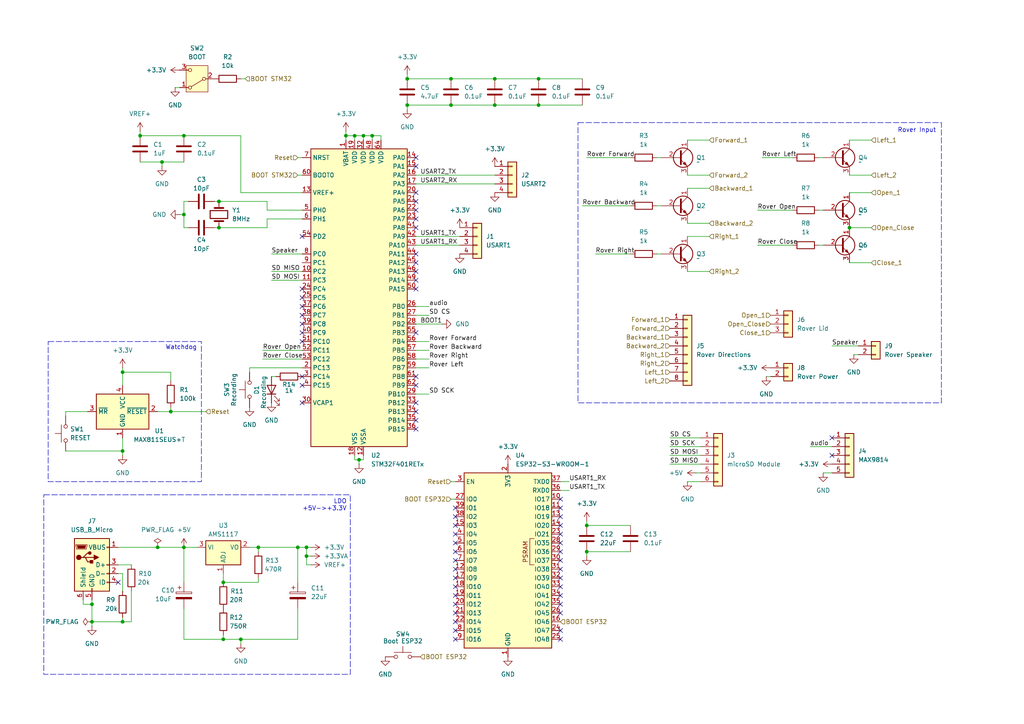
<source format=kicad_sch>
(kicad_sch (version 20231120) (generator "eeschema") (generator_version "8.0")
  (paper "A4")
  (lib_symbols
    (symbol "Connector:USB_B_Micro" (pin_names (offset 1.016))
      (property "Reference" "J" (at -5.08 11.43 0))
      (property "Value" "USB_B_Micro" (at -5.08 8.89 0))
      (symbol "USB_B_Micro_1_1"
        (pin power_out line (at 7.62 5.08 180) (length 2.54) (name "VBUS") (number "1"))
        (pin bidirectional line (at 7.62 -2.54 180) (length 2.54) (name "D-") (number "2"))
        (pin bidirectional line (at 7.62 0 180) (length 2.54) (name "D+") (number "3"))
        (pin passive line (at 7.62 -5.08 180) (length 2.54) (name "ID") (number "4"))
        (pin power_out line (at 0 -10.16 90) (length 2.54) (name "GND") (number "5"))
        (pin passive line (at -2.54 -10.16 90) (length 2.54) (name "Shield") (number "6"))
      )
    )
    (symbol "Connector_Generic:Conn_01x02" (pin_names (offset 1.016) hide)
      (property "Reference" "J" (at 0 2.54 0))
      (property "Value" "Conn_01x02" (at 0 -5.08 0))
      (symbol "Conn_01x02_1_1"
        (pin passive line (at -5.08 0 0) (length 3.81) (name "Pin_1") (number "1"))
        (pin passive line (at -5.08 -2.54 0) (length 3.81) (name "Pin_2") (number "2"))
      )
    )
    (symbol "Connector_Generic:Conn_01x03" (pin_names (offset 1.016) hide)
      (property "Reference" "J" (at 0 5.08 0))
      (property "Value" "Conn_01x03" (at 0 -5.08 0))
      (symbol "Conn_01x03_1_1"
        (pin passive line (at -5.08 2.54 0) (length 3.81) (name "Pin_1") (number "1"))
        (pin passive line (at -5.08 0 0) (length 3.81) (name "Pin_2") (number "2"))
        (pin passive line (at -5.08 -2.54 0) (length 3.81) (name "Pin_3") (number "3"))
      )
    )
    (symbol "Connector_Generic:Conn_01x04" (pin_names (offset 1.016) hide)
      (property "Reference" "J" (at 0 5.08 0))
      (property "Value" "Conn_01x04" (at 0 -7.62 0))
      (symbol "Conn_01x04_1_1"
        (pin passive line (at -5.08 2.54 0) (length 3.81) (name "Pin_1") (number "1"))
        (pin passive line (at -5.08 0 0) (length 3.81) (name "Pin_2") (number "2"))
        (pin passive line (at -5.08 -2.54 0) (length 3.81) (name "Pin_3") (number "3"))
        (pin passive line (at -5.08 -5.08 0) (length 3.81) (name "Pin_4") (number "4"))
      )
    )
    (symbol "Connector_Generic:Conn_01x05" (pin_names (offset 1.016) hide)
      (property "Reference" "J" (at 0 7.62 0))
      (property "Value" "Conn_01x05" (at 0 -7.62 0))
      (symbol "Conn_01x05_1_1"
        (pin passive line (at -5.08 5.08 0) (length 3.81) (name "Pin_1") (number "1"))
        (pin passive line (at -5.08 2.54 0) (length 3.81) (name "Pin_2") (number "2"))
        (pin passive line (at -5.08 0 0) (length 3.81) (name "Pin_3") (number "3"))
        (pin passive line (at -5.08 -2.54 0) (length 3.81) (name "Pin_4") (number "4"))
        (pin passive line (at -5.08 -5.08 0) (length 3.81) (name "Pin_5") (number "5"))
      )
    )
    (symbol "Connector_Generic:Conn_01x06" (pin_names (offset 1.016) hide)
      (property "Reference" "J" (at 0 7.62 0))
      (property "Value" "Conn_01x06" (at 0 -10.16 0))
      (symbol "Conn_01x06_1_1"
        (pin passive line (at -5.08 5.08 0) (length 3.81) (name "Pin_1") (number "1"))
        (pin passive line (at -5.08 2.54 0) (length 3.81) (name "Pin_2") (number "2"))
        (pin passive line (at -5.08 0 0) (length 3.81) (name "Pin_3") (number "3"))
        (pin passive line (at -5.08 -2.54 0) (length 3.81) (name "Pin_4") (number "4"))
        (pin passive line (at -5.08 -5.08 0) (length 3.81) (name "Pin_5") (number "5"))
        (pin passive line (at -5.08 -7.62 0) (length 3.81) (name "Pin_6") (number "6"))
      )
    )
    (symbol "Connector_Generic:Conn_01x08" (pin_names (offset 1.016) hide)
      (property "Reference" "J" (at 0 10.16 0))
      (property "Value" "Conn_01x08" (at 0 -12.7 0))
      (symbol "Conn_01x08_1_1"
        (pin passive line (at -5.08 7.62 0) (length 3.81) (name "Pin_1") (number "1"))
        (pin passive line (at -5.08 5.08 0) (length 3.81) (name "Pin_2") (number "2"))
        (pin passive line (at -5.08 2.54 0) (length 3.81) (name "Pin_3") (number "3"))
        (pin passive line (at -5.08 0 0) (length 3.81) (name "Pin_4") (number "4"))
        (pin passive line (at -5.08 -2.54 0) (length 3.81) (name "Pin_5") (number "5"))
        (pin passive line (at -5.08 -5.08 0) (length 3.81) (name "Pin_6") (number "6"))
        (pin passive line (at -5.08 -7.62 0) (length 3.81) (name "Pin_7") (number "7"))
        (pin passive line (at -5.08 -10.16 0) (length 3.81) (name "Pin_8") (number "8"))
      )
    )
    (symbol "Device:C" (pin_numbers hide) (pin_names (offset 0.254))
      (property "Reference" "C" (at 0.635 2.54 0))
      (property "Value" "C" (at 0.635 -2.54 0))
      (symbol "C_1_1"
        (pin passive line (at 0 3.81 270) (length 2.794) (name "~") (number "1"))
        (pin passive line (at 0 -3.81 90) (length 2.794) (name "~") (number "2"))
      )
    )
    (symbol "Device:C_Polarized" (pin_numbers hide) (pin_names (offset 0.254))
      (property "Reference" "C" (at 0.635 2.54 0))
      (property "Value" "C_Polarized" (at 0.635 -2.54 0))
      (symbol "C_Polarized_1_1"
        (pin passive line (at 0 3.81 270) (length 2.794) (name "~") (number "1"))
        (pin passive line (at 0 -3.81 90) (length 2.794) (name "~") (number "2"))
      )
    )
    (symbol "Device:Crystal" (pin_numbers hide) (pin_names (offset 1.016) hide)
      (property "Reference" "Y" (at 0 3.81 0))
      (property "Value" "Crystal" (at 0 -3.81 0))
      (symbol "Crystal_1_1"
        (pin passive line (at -3.81 0 0) (length 1.27) (name "1") (number "1"))
        (pin passive line (at 3.81 0 180) (length 1.27) (name "2") (number "2"))
      )
    )
    (symbol "Device:LED" (pin_numbers hide) (pin_names (offset 1.016) hide)
      (property "Reference" "D" (at 0 2.54 0))
      (property "Value" "LED" (at 0 -2.54 0))
      (symbol "LED_1_1"
        (pin passive line (at -3.81 0 0) (length 2.54) (name "K") (number "1"))
        (pin passive line (at 3.81 0 180) (length 2.54) (name "A") (number "2"))
      )
    )
    (symbol "Device:Q_NPN_CBE" (pin_names (offset 0) hide)
      (property "Reference" "Q" (at 5.08 1.27 0))
      (property "Value" "Q_NPN_CBE" (at 5.08 -1.27 0))
      (symbol "Q_NPN_CBE_1_1"
        (pin passive line (at 2.54 5.08 270) (length 2.54) (name "C") (number "1"))
        (pin input line (at -5.08 0 0) (length 5.715) (name "B") (number "2"))
        (pin passive line (at 2.54 -5.08 90) (length 2.54) (name "E") (number "3"))
      )
    )
    (symbol "Device:R" (pin_numbers hide) (pin_names (offset 0))
      (property "Reference" "R" (at 2.032 0 90))
      (property "Value" "R" (at 0 0 90))
      (symbol "R_1_1"
        (pin passive line (at 0 3.81 270) (length 1.27) (name "~") (number "1"))
        (pin passive line (at 0 -3.81 90) (length 1.27) (name "~") (number "2"))
      )
    )
    (symbol "MCU_ST_STM32F4:STM32F401RETx"
      (property "Reference" "U" (at -12.7 44.45 0))
      (property "Value" "STM32F401RETx" (at 10.16 44.45 0))
      (symbol "STM32F401RETx_1_1"
        (pin power_in line (at -2.54 45.72 270) (length 2.54) (name "VBAT") (number "1"))
        (pin bidirectional line (at -15.24 7.62 0) (length 2.54) (name "PC2") (number "10"))
        (pin bidirectional line (at -15.24 5.08 0) (length 2.54) (name "PC3") (number "11"))
        (pin power_in line (at 2.54 -45.72 90) (length 2.54) (name "VSSA") (number "12"))
        (pin input line (at -15.24 30.48 0) (length 2.54) (name "VREF+") (number "13"))
        (pin bidirectional line (at 17.78 40.64 180) (length 2.54) (name "PA0") (number "14"))
        (pin bidirectional line (at 17.78 38.1 180) (length 2.54) (name "PA1") (number "15"))
        (pin bidirectional line (at 17.78 35.56 180) (length 2.54) (name "PA2") (number "16"))
        (pin bidirectional line (at 17.78 33.02 180) (length 2.54) (name "PA3") (number "17"))
        (pin power_in line (at 0 -45.72 90) (length 2.54) (name "VSS") (number "18"))
        (pin power_in line (at 0 45.72 270) (length 2.54) (name "VDD") (number "19"))
        (pin bidirectional line (at -15.24 -20.32 0) (length 2.54) (name "PC13") (number "2"))
        (pin bidirectional line (at 17.78 30.48 180) (length 2.54) (name "PA4") (number "20"))
        (pin bidirectional line (at 17.78 27.94 180) (length 2.54) (name "PA5") (number "21"))
        (pin bidirectional line (at 17.78 25.4 180) (length 2.54) (name "PA6") (number "22"))
        (pin bidirectional line (at 17.78 22.86 180) (length 2.54) (name "PA7") (number "23"))
        (pin bidirectional line (at -15.24 2.54 0) (length 2.54) (name "PC4") (number "24"))
        (pin bidirectional line (at -15.24 0 0) (length 2.54) (name "PC5") (number "25"))
        (pin bidirectional line (at 17.78 -2.54 180) (length 2.54) (name "PB0") (number "26"))
        (pin bidirectional line (at 17.78 -5.08 180) (length 2.54) (name "PB1") (number "27"))
        (pin bidirectional line (at 17.78 -7.62 180) (length 2.54) (name "PB2") (number "28"))
        (pin bidirectional line (at 17.78 -27.94 180) (length 2.54) (name "PB10") (number "29"))
        (pin bidirectional line (at -15.24 -22.86 0) (length 2.54) (name "PC14") (number "3"))
        (pin power_out line (at -15.24 -30.48 0) (length 2.54) (name "VCAP1") (number "30"))
        (pin passive line (at 0 -45.72 90) (length 2.54) hide (name "VSS") (number "31"))
        (pin power_in line (at 2.54 45.72 270) (length 2.54) (name "VDD") (number "32"))
        (pin bidirectional line (at 17.78 -30.48 180) (length 2.54) (name "PB12") (number "33"))
        (pin bidirectional line (at 17.78 -33.02 180) (length 2.54) (name "PB13") (number "34"))
        (pin bidirectional line (at 17.78 -35.56 180) (length 2.54) (name "PB14") (number "35"))
        (pin bidirectional line (at 17.78 -38.1 180) (length 2.54) (name "PB15") (number "36"))
        (pin bidirectional line (at -15.24 -2.54 0) (length 2.54) (name "PC6") (number "37"))
        (pin bidirectional line (at -15.24 -5.08 0) (length 2.54) (name "PC7") (number "38"))
        (pin bidirectional line (at -15.24 -7.62 0) (length 2.54) (name "PC8") (number "39"))
        (pin bidirectional line (at -15.24 -25.4 0) (length 2.54) (name "PC15") (number "4"))
        (pin bidirectional line (at -15.24 -10.16 0) (length 2.54) (name "PC9") (number "40"))
        (pin bidirectional line (at 17.78 20.32 180) (length 2.54) (name "PA8") (number "41"))
        (pin bidirectional line (at 17.78 17.78 180) (length 2.54) (name "PA9") (number "42"))
        (pin bidirectional line (at 17.78 15.24 180) (length 2.54) (name "PA10") (number "43"))
        (pin bidirectional line (at 17.78 12.7 180) (length 2.54) (name "PA11") (number "44"))
        (pin bidirectional line (at 17.78 10.16 180) (length 2.54) (name "PA12") (number "45"))
        (pin bidirectional line (at 17.78 7.62 180) (length 2.54) (name "PA13") (number "46"))
        (pin passive line (at 0 -45.72 90) (length 2.54) hide (name "VSS") (number "47"))
        (pin power_in line (at 5.08 45.72 270) (length 2.54) (name "VDD") (number "48"))
        (pin bidirectional line (at 17.78 5.08 180) (length 2.54) (name "PA14") (number "49"))
        (pin bidirectional line (at -15.24 25.4 0) (length 2.54) (name "PH0") (number "5"))
        (pin bidirectional line (at 17.78 2.54 180) (length 2.54) (name "PA15") (number "50"))
        (pin bidirectional line (at -15.24 -12.7 0) (length 2.54) (name "PC10") (number "51"))
        (pin bidirectional line (at -15.24 -15.24 0) (length 2.54) (name "PC11") (number "52"))
        (pin bidirectional line (at -15.24 -17.78 0) (length 2.54) (name "PC12") (number "53"))
        (pin bidirectional line (at -15.24 17.78 0) (length 2.54) (name "PD2") (number "54"))
        (pin bidirectional line (at 17.78 -10.16 180) (length 2.54) (name "PB3") (number "55"))
        (pin bidirectional line (at 17.78 -12.7 180) (length 2.54) (name "PB4") (number "56"))
        (pin bidirectional line (at 17.78 -15.24 180) (length 2.54) (name "PB5") (number "57"))
        (pin bidirectional line (at 17.78 -17.78 180) (length 2.54) (name "PB6") (number "58"))
        (pin bidirectional line (at 17.78 -20.32 180) (length 2.54) (name "PB7") (number "59"))
        (pin bidirectional line (at -15.24 22.86 0) (length 2.54) (name "PH1") (number "6"))
        (pin input line (at -15.24 35.56 0) (length 2.54) (name "BOOT0") (number "60"))
        (pin bidirectional line (at 17.78 -22.86 180) (length 2.54) (name "PB8") (number "61"))
        (pin bidirectional line (at 17.78 -25.4 180) (length 2.54) (name "PB9") (number "62"))
        (pin passive line (at 0 -45.72 90) (length 2.54) hide (name "VSS") (number "63"))
        (pin power_in line (at 7.62 45.72 270) (length 2.54) (name "VDD") (number "64"))
        (pin input line (at -15.24 40.64 0) (length 2.54) (name "NRST") (number "7"))
        (pin bidirectional line (at -15.24 12.7 0) (length 2.54) (name "PC0") (number "8"))
        (pin bidirectional line (at -15.24 10.16 0) (length 2.54) (name "PC1") (number "9"))
      )
    )
    (symbol "Power_Supervisor:MAX811SEUS-T"
      (property "Reference" "U" (at -7.62 6.35 0))
      (property "Value" "MAX811SEUS-T" (at 1.27 6.35 0))
      (symbol "MAX811SEUS-T_1_1"
        (pin power_in line (at 0 -7.62 90) (length 2.54) (name "GND") (number "1"))
        (pin output line (at 10.16 0 180) (length 2.54) (name "~{RESET}") (number "2"))
        (pin input line (at -10.16 0 0) (length 2.54) (name "~{MR}") (number "3"))
        (pin power_in line (at 0 7.62 270) (length 2.54) (name "VCC") (number "4"))
      )
    )
    (symbol "RF_Module:ESP32-S3-WROOM-1"
      (property "Reference" "U" (at -12.7 26.67 0))
      (property "Value" "ESP32-S3-WROOM-1" (at 12.7 26.67 0))
      (symbol "ESP32-S3-WROOM-1_0_0"
        (text "PSRAM" (at 5.08 2.54 900) (effects (font (size 1.27 1.27))))
      )
      (symbol "ESP32-S3-WROOM-1_1_1"
        (pin power_in line (at 0 -27.94 90) (length 2.54) (name "GND") (number "1"))
        (pin bidirectional line (at 15.24 17.78 180) (length 2.54) (name "IO17") (number "10"))
        (pin bidirectional line (at 15.24 15.24 180) (length 2.54) (name "IO18") (number "11"))
        (pin bidirectional line (at -15.24 -2.54 0) (length 2.54) (name "IO8") (number "12"))
        (pin bidirectional line (at 15.24 12.7 180) (length 2.54) (name "IO19") (number "13"))
        (pin bidirectional line (at 15.24 10.16 180) (length 2.54) (name "IO20") (number "14"))
        (pin bidirectional line (at -15.24 10.16 0) (length 2.54) (name "IO3") (number "15"))
        (pin bidirectional line (at 15.24 -17.78 180) (length 2.54) (name "IO46") (number "16"))
        (pin bidirectional line (at -15.24 -5.08 0) (length 2.54) (name "IO9") (number "17"))
        (pin bidirectional line (at -15.24 -7.62 0) (length 2.54) (name "IO10") (number "18"))
        (pin bidirectional line (at -15.24 -10.16 0) (length 2.54) (name "IO11") (number "19"))
        (pin power_in line (at 0 27.94 270) (length 2.54) (name "3V3") (number "2"))
        (pin bidirectional line (at -15.24 -12.7 0) (length 2.54) (name "IO12") (number "20"))
        (pin bidirectional line (at -15.24 -15.24 0) (length 2.54) (name "IO13") (number "21"))
        (pin bidirectional line (at -15.24 -17.78 0) (length 2.54) (name "IO14") (number "22"))
        (pin bidirectional line (at 15.24 7.62 180) (length 2.54) (name "IO21") (number "23"))
        (pin bidirectional line (at 15.24 -20.32 180) (length 2.54) (name "IO47") (number "24"))
        (pin bidirectional line (at 15.24 -22.86 180) (length 2.54) (name "IO48") (number "25"))
        (pin bidirectional line (at 15.24 -15.24 180) (length 2.54) (name "IO45") (number "26"))
        (pin bidirectional line (at -15.24 17.78 0) (length 2.54) (name "IO0") (number "27"))
        (pin bidirectional line (at 15.24 5.08 180) (length 2.54) (name "IO35") (number "28"))
        (pin bidirectional line (at 15.24 2.54 180) (length 2.54) (name "IO36") (number "29"))
        (pin input line (at -15.24 22.86 0) (length 2.54) (name "EN") (number "3"))
        (pin bidirectional line (at 15.24 0 180) (length 2.54) (name "IO37") (number "30"))
        (pin bidirectional line (at 15.24 -2.54 180) (length 2.54) (name "IO38") (number "31"))
        (pin bidirectional line (at 15.24 -5.08 180) (length 2.54) (name "IO39") (number "32"))
        (pin bidirectional line (at 15.24 -7.62 180) (length 2.54) (name "IO40") (number "33"))
        (pin bidirectional line (at 15.24 -10.16 180) (length 2.54) (name "IO41") (number "34"))
        (pin bidirectional line (at 15.24 -12.7 180) (length 2.54) (name "IO42") (number "35"))
        (pin bidirectional line (at 15.24 20.32 180) (length 2.54) (name "RXD0") (number "36"))
        (pin bidirectional line (at 15.24 22.86 180) (length 2.54) (name "TXD0") (number "37"))
        (pin bidirectional line (at -15.24 12.7 0) (length 2.54) (name "IO2") (number "38"))
        (pin bidirectional line (at -15.24 15.24 0) (length 2.54) (name "IO1") (number "39"))
        (pin bidirectional line (at -15.24 7.62 0) (length 2.54) (name "IO4") (number "4"))
        (pin passive line (at 0 -27.94 90) (length 2.54) hide (name "GND") (number "40"))
        (pin passive line (at 0 -27.94 90) (length 2.54) hide (name "GND") (number "41"))
        (pin bidirectional line (at -15.24 5.08 0) (length 2.54) (name "IO5") (number "5"))
        (pin bidirectional line (at -15.24 2.54 0) (length 2.54) (name "IO6") (number "6"))
        (pin bidirectional line (at -15.24 0 0) (length 2.54) (name "IO7") (number "7"))
        (pin bidirectional line (at -15.24 -20.32 0) (length 2.54) (name "IO15") (number "8"))
        (pin bidirectional line (at -15.24 -22.86 0) (length 2.54) (name "IO16") (number "9"))
      )
    )
    (symbol "Regulator_Linear:AMS1117"
      (property "Reference" "U" (at -3.81 3.175 0))
      (property "Value" "AMS1117" (at 0 3.175 0))
      (symbol "AMS1117_1_1"
        (pin input line (at 0 -7.62 90) (length 2.54) (name "ADJ") (number "1"))
        (pin power_out line (at 7.62 0 180) (length 2.54) (name "VO") (number "2"))
        (pin power_in line (at -7.62 0 0) (length 2.54) (name "VI") (number "3"))
      )
    )
    (symbol "Switch:SW_Push" (pin_numbers hide) (pin_names (offset 1.016) hide)
      (property "Reference" "SW" (at 1.27 2.54 0))
      (property "Value" "SW_Push" (at 0 -1.524 0))
      (symbol "SW_Push_0_1"
        (pin passive line (at -5.08 0 0) (length 2.54) (name "1") (number "1"))
        (pin passive line (at 5.08 0 180) (length 2.54) (name "2") (number "2"))
      )
    )
    (symbol "Switch:SW_SPDT" (pin_names (offset 0) hide)
      (property "Reference" "SW" (at 0 5.08 0))
      (property "Value" "SW_SPDT" (at 0 -5.08 0))
      (symbol "SW_SPDT_1_1"
        (pin passive line (at 5.08 2.54 180) (length 2.54) (name "A") (number "1"))
        (pin passive line (at -5.08 0 0) (length 2.54) (name "B") (number "2"))
        (pin passive line (at 5.08 -2.54 180) (length 2.54) (name "C") (number "3"))
      )
    )
    (symbol "power:+12V" (power) (pin_numbers hide) (pin_names (offset 0) hide)
      (property "Value" "+12V" (at 0 3.556 0))
      (symbol "+12V_1_1"
        (pin power_in line (at 0 0 90) (length 0) (name "~") (number "1"))
      )
    )
    (symbol "power:+5V" (power) (pin_numbers hide) (pin_names (offset 0) hide)
      (property "Value" "+5V" (at 0 3.556 0))
      (symbol "+5V_1_1"
        (pin power_in line (at 0 0 90) (length 0) (name "~") (number "1"))
      )
    )
    (symbol "power:GND" (power) (pin_numbers hide) (pin_names (offset 0) hide)
      (property "Value" "GND" (at 0 -3.81 0))
      (symbol "GND_1_1"
        (pin power_in line (at 0 0 270) (length 0) (name "~") (number "1"))
      )
    )
    (symbol "power:PWR_FLAG" (power) (pin_numbers hide) (pin_names (offset 0) hide)
      (property "Value" "PWR_FLAG" (at 0 3.81 0))
      (symbol "PWR_FLAG_0_0"
        (pin power_out line (at 0 0 90) (length 0) (name "~") (number "1"))
      )
    )
  )
  (junction (at 170.18 152.4))
  (junction (at 130.81 22.86))
  (junction (at 45.72 158.75))
  (junction (at 107.95 39.37))
  (junction (at 53.34 39.37))
  (junction (at 246.38 66.04))
  (junction (at 104.14 133.35))
  (junction (at 88.9 161.29))
  (junction (at 130.81 30.48))
  (junction (at 118.11 30.48))
  (junction (at 105.41 39.37))
  (junction (at 26.67 175.26))
  (junction (at 35.56 107.95))
  (junction (at 46.99 46.99))
  (junction (at 26.67 180.34))
  (junction (at 35.56 180.34))
  (junction (at 143.51 30.48))
  (junction (at 64.77 168.91))
  (junction (at 49.53 119.38))
  (junction (at 143.51 22.86))
  (junction (at 74.93 158.75))
  (junction (at 156.21 30.48))
  (junction (at 170.18 160.02))
  (junction (at 64.77 185.42))
  (junction (at 118.11 22.86))
  (junction (at 53.34 62.23))
  (junction (at 63.5 66.04))
  (junction (at 156.21 22.86))
  (junction (at 86.36 158.75))
  (junction (at 35.56 130.81))
  (junction (at 100.33 39.37))
  (junction (at 40.64 39.37))
  (junction (at 88.9 158.75))
  (junction (at 53.34 158.75))
  (junction (at 63.5 58.42))
  (junction (at 102.87 39.37))
  (junction (at 69.85 185.42))
  (no_connect (at 162.56 160.02))
  (no_connect (at 87.63 99.06))
  (no_connect (at 120.65 48.26))
  (no_connect (at 87.63 91.44))
  (no_connect (at 162.56 167.64))
  (no_connect (at 132.08 149.86))
  (no_connect (at 162.56 175.26))
  (no_connect (at 162.56 154.94))
  (no_connect (at 87.63 93.98))
  (no_connect (at 120.65 76.2))
  (no_connect (at 162.56 149.86))
  (no_connect (at 87.63 111.76))
  (no_connect (at 87.63 109.22))
  (no_connect (at 120.65 45.72))
  (no_connect (at 120.65 116.84))
  (no_connect (at 120.65 109.22))
  (no_connect (at 120.65 124.46))
  (no_connect (at 162.56 182.88))
  (no_connect (at 120.65 63.5))
  (no_connect (at 162.56 147.32))
  (no_connect (at 120.65 83.82))
  (no_connect (at 132.08 160.02))
  (no_connect (at 241.3 132.08))
  (no_connect (at 132.08 175.26))
  (no_connect (at 120.65 81.28))
  (no_connect (at 132.08 165.1))
  (no_connect (at 120.65 78.74))
  (no_connect (at 120.65 96.52))
  (no_connect (at 132.08 182.88))
  (no_connect (at 120.65 111.76))
  (no_connect (at 162.56 152.4))
  (no_connect (at 87.63 83.82))
  (no_connect (at 162.56 162.56))
  (no_connect (at 132.08 152.4))
  (no_connect (at 162.56 185.42))
  (no_connect (at 87.63 86.36))
  (no_connect (at 87.63 68.58))
  (no_connect (at 132.08 157.48))
  (no_connect (at 87.63 116.84))
  (no_connect (at 162.56 144.78))
  (no_connect (at 120.65 121.92))
  (no_connect (at 132.08 177.8))
  (no_connect (at 132.08 147.32))
  (no_connect (at 132.08 154.94))
  (no_connect (at 87.63 96.52))
  (no_connect (at 162.56 165.1))
  (no_connect (at 162.56 157.48))
  (no_connect (at 162.56 170.18))
  (no_connect (at 132.08 167.64))
  (no_connect (at 132.08 162.56))
  (no_connect (at 120.65 60.96))
  (no_connect (at 132.08 185.42))
  (no_connect (at 162.56 177.8))
  (no_connect (at 87.63 88.9))
  (no_connect (at 120.65 119.38))
  (no_connect (at 132.08 172.72))
  (no_connect (at 120.65 55.88))
  (no_connect (at 120.65 66.04))
  (no_connect (at 162.56 172.72))
  (no_connect (at 34.29 168.91))
  (no_connect (at 241.3 127))
  (no_connect (at 132.08 170.18))
  (no_connect (at 120.65 73.66))
  (no_connect (at 120.65 58.42))
  (no_connect (at 132.08 180.34))
  (wire (pts (xy 107.95 39.37) (xy 105.41 39.37)))
  (wire (pts (xy 110.49 39.37) (xy 107.95 39.37)))
  (wire (pts (xy 170.18 160.02) (xy 182.88 160.02)))
  (wire (pts (xy 78.74 78.74) (xy 87.63 78.74)))
  (wire (pts (xy 199.39 54.61) (xy 205.74 54.61)))
  (wire (pts (xy 90.17 163.83) (xy 88.9 163.83)))
  (wire (pts (xy 24.13 175.26) (xy 26.67 175.26)))
  (wire (pts (xy 77.47 58.42) (xy 63.5 58.42)))
  (wire (pts (xy 120.65 93.98) (xy 128.27 93.98)))
  (wire (pts (xy 86.36 45.72) (xy 87.63 45.72)))
  (wire (pts (xy 69.85 22.86) (xy 71.12 22.86)))
  (wire (pts (xy 78.74 81.28) (xy 87.63 81.28)))
  (wire (pts (xy 199.39 68.58) (xy 205.74 68.58)))
  (wire (pts (xy 170.18 45.72) (xy 182.88 45.72)))
  (wire (pts (xy 49.53 110.49) (xy 49.53 107.95)))
  (wire (pts (xy 64.77 185.42) (xy 69.85 185.42)))
  (wire (pts (xy 100.33 38.1) (xy 100.33 39.37)))
  (wire (pts (xy 120.65 53.34) (xy 143.51 53.34)))
  (wire (pts (xy 201.93 137.16) (xy 203.2 137.16)))
  (wire (pts (xy 72.39 158.75) (xy 74.93 158.75)))
  (wire (pts (xy 104.14 133.35) (xy 102.87 133.35)))
  (wire (pts (xy 62.23 58.42) (xy 63.5 58.42)))
  (wire (pts (xy 77.47 60.96) (xy 77.47 58.42)))
  (wire (pts (xy 74.93 167.64) (xy 74.93 168.91)))
  (wire (pts (xy 194.31 127) (xy 203.2 127)))
  (wire (pts (xy 246.38 40.64) (xy 252.73 40.64)))
  (wire (pts (xy 74.93 158.75) (xy 86.36 158.75)))
  (wire (pts (xy 86.36 50.8) (xy 87.63 50.8)))
  (wire (pts (xy 35.56 106.68) (xy 35.56 107.95)))
  (wire (pts (xy 170.18 160.02) (xy 170.18 161.29)))
  (wire (pts (xy 53.34 66.04) (xy 54.61 66.04)))
  (wire (pts (xy 69.85 55.88) (xy 87.63 55.88)))
  (wire (pts (xy 50.8 25.4) (xy 52.07 25.4)))
  (wire (pts (xy 77.47 63.5) (xy 77.47 66.04)))
  (wire (pts (xy 78.74 109.22) (xy 80.01 109.22)))
  (wire (pts (xy 88.9 161.29) (xy 88.9 158.75)))
  (wire (pts (xy 105.41 39.37) (xy 105.41 40.64)))
  (wire (pts (xy 194.31 129.54) (xy 203.2 129.54)))
  (wire (pts (xy 170.18 151.13) (xy 170.18 152.4)))
  (wire (pts (xy 102.87 39.37) (xy 102.87 40.64)))
  (wire (pts (xy 156.21 30.48) (xy 168.91 30.48)))
  (wire (pts (xy 143.51 30.48) (xy 156.21 30.48)))
  (wire (pts (xy 118.11 30.48) (xy 118.11 31.75)))
  (wire (pts (xy 35.56 127) (xy 35.56 130.81)))
  (wire (pts (xy 45.72 119.38) (xy 49.53 119.38)))
  (wire (pts (xy 237.49 71.12) (xy 238.76 71.12)))
  (wire (pts (xy 120.65 50.8) (xy 143.51 50.8)))
  (wire (pts (xy 219.71 71.12) (xy 229.87 71.12)))
  (wire (pts (xy 246.38 55.88) (xy 252.73 55.88)))
  (wire (pts (xy 168.91 59.69) (xy 182.88 59.69)))
  (wire (pts (xy 120.65 114.3) (xy 124.46 114.3)))
  (wire (pts (xy 120.65 91.44) (xy 124.46 91.44)))
  (wire (pts (xy 247.65 102.87) (xy 248.92 102.87)))
  (wire (pts (xy 87.63 60.96) (xy 77.47 60.96)))
  (wire (pts (xy 38.1 171.45) (xy 38.1 180.34)))
  (wire (pts (xy 38.1 180.34) (xy 35.56 180.34)))
  (wire (pts (xy 76.2 104.14) (xy 87.63 104.14)))
  (wire (pts (xy 246.38 50.8) (xy 252.73 50.8)))
  (wire (pts (xy 194.31 132.08) (xy 203.2 132.08)))
  (wire (pts (xy 105.41 133.35) (xy 104.14 133.35)))
  (wire (pts (xy 246.38 66.04) (xy 252.73 66.04)))
  (wire (pts (xy 64.77 166.37) (xy 64.77 168.91)))
  (wire (pts (xy 107.95 39.37) (xy 107.95 40.64)))
  (wire (pts (xy 49.53 118.11) (xy 49.53 119.38)))
  (wire (pts (xy 241.3 100.33) (xy 248.92 100.33)))
  (wire (pts (xy 49.53 107.95) (xy 35.56 107.95)))
  (wire (pts (xy 24.13 175.26) (xy 24.13 173.99)))
  (wire (pts (xy 69.85 39.37) (xy 69.85 55.88)))
  (wire (pts (xy 222.25 109.22) (xy 223.52 109.22)))
  (wire (pts (xy 120.65 71.12) (xy 133.35 71.12)))
  (wire (pts (xy 118.11 30.48) (xy 130.81 30.48)))
  (wire (pts (xy 49.53 119.38) (xy 59.69 119.38)))
  (wire (pts (xy 35.56 166.37) (xy 35.56 171.45)))
  (wire (pts (xy 104.14 133.35) (xy 104.14 134.62)))
  (wire (pts (xy 199.39 139.7) (xy 203.2 139.7)))
  (wire (pts (xy 76.2 101.6) (xy 87.63 101.6)))
  (wire (pts (xy 246.38 76.2) (xy 252.73 76.2)))
  (wire (pts (xy 53.34 58.42) (xy 53.34 62.23)))
  (wire (pts (xy 172.72 73.66) (xy 182.88 73.66)))
  (wire (pts (xy 156.21 22.86) (xy 168.91 22.86)))
  (wire (pts (xy 100.33 39.37) (xy 102.87 39.37)))
  (wire (pts (xy 194.31 134.62) (xy 203.2 134.62)))
  (wire (pts (xy 72.39 107.95) (xy 72.39 106.68)))
  (wire (pts (xy 130.81 139.7) (xy 132.08 139.7)))
  (wire (pts (xy 118.11 21.59) (xy 118.11 22.86)))
  (wire (pts (xy 105.41 39.37) (xy 102.87 39.37)))
  (wire (pts (xy 199.39 40.64) (xy 205.74 40.64)))
  (wire (pts (xy 26.67 175.26) (xy 26.67 173.99)))
  (wire (pts (xy 26.67 180.34) (xy 35.56 180.34)))
  (wire (pts (xy 40.64 39.37) (xy 53.34 39.37)))
  (wire (pts (xy 120.65 68.58) (xy 133.35 68.58)))
  (wire (pts (xy 199.39 50.8) (xy 205.74 50.8)))
  (wire (pts (xy 35.56 180.34) (xy 35.56 179.07)))
  (wire (pts (xy 100.33 40.64) (xy 100.33 39.37)))
  (wire (pts (xy 69.85 185.42) (xy 86.36 185.42)))
  (wire (pts (xy 64.77 168.91) (xy 74.93 168.91)))
  (wire (pts (xy 88.9 161.29) (xy 88.9 163.83)))
  (wire (pts (xy 86.36 158.75) (xy 88.9 158.75)))
  (wire (pts (xy 190.5 73.66) (xy 191.77 73.66)))
  (wire (pts (xy 190.5 59.69) (xy 191.77 59.69)))
  (wire (pts (xy 238.76 137.16) (xy 241.3 137.16)))
  (wire (pts (xy 46.99 46.99) (xy 40.64 46.99)))
  (wire (pts (xy 105.41 132.08) (xy 105.41 133.35)))
  (wire (pts (xy 165.1 139.7) (xy 162.56 139.7)))
  (wire (pts (xy 130.81 144.78) (xy 132.08 144.78)))
  (wire (pts (xy 53.34 39.37) (xy 69.85 39.37)))
  (wire (pts (xy 45.72 158.75) (xy 53.34 158.75)))
  (wire (pts (xy 199.39 78.74) (xy 205.74 78.74)))
  (wire (pts (xy 118.11 22.86) (xy 130.81 22.86)))
  (wire (pts (xy 69.85 185.42) (xy 69.85 186.69)))
  (wire (pts (xy 52.07 62.23) (xy 53.34 62.23)))
  (wire (pts (xy 234.95 129.54) (xy 241.3 129.54)))
  (wire (pts (xy 199.39 64.77) (xy 205.74 64.77)))
  (wire (pts (xy 86.36 168.91) (xy 86.36 158.75)))
  (wire (pts (xy 72.39 106.68) (xy 87.63 106.68)))
  (wire (pts (xy 53.34 176.53) (xy 53.34 185.42)))
  (wire (pts (xy 74.93 160.02) (xy 74.93 158.75)))
  (wire (pts (xy 64.77 184.15) (xy 64.77 185.42)))
  (wire (pts (xy 53.34 158.75) (xy 53.34 168.91)))
  (wire (pts (xy 162.56 142.24) (xy 165.1 142.24)))
  (wire (pts (xy 120.65 99.06) (xy 124.46 99.06)))
  (wire (pts (xy 120.65 88.9) (xy 124.46 88.9)))
  (wire (pts (xy 88.9 161.29) (xy 90.17 161.29)))
  (wire (pts (xy 34.29 158.75) (xy 45.72 158.75)))
  (wire (pts (xy 78.74 73.66) (xy 87.63 73.66)))
  (wire (pts (xy 88.9 158.75) (xy 90.17 158.75)))
  (wire (pts (xy 120.65 104.14) (xy 124.46 104.14)))
  (wire (pts (xy 237.49 60.96) (xy 238.76 60.96)))
  (wire (pts (xy 130.81 30.48) (xy 143.51 30.48)))
  (wire (pts (xy 25.4 119.38) (xy 19.05 119.38)))
  (wire (pts (xy 190.5 45.72) (xy 191.77 45.72)))
  (wire (pts (xy 110.49 40.64) (xy 110.49 39.37)))
  (wire (pts (xy 86.36 185.42) (xy 86.36 176.53)))
  (wire (pts (xy 46.99 46.99) (xy 53.34 46.99)))
  (wire (pts (xy 35.56 107.95) (xy 35.56 111.76)))
  (wire (pts (xy 170.18 152.4) (xy 182.88 152.4)))
  (wire (pts (xy 62.23 66.04) (xy 63.5 66.04)))
  (wire (pts (xy 120.65 106.68) (xy 124.46 106.68)))
  (wire (pts (xy 87.63 63.5) (xy 77.47 63.5)))
  (wire (pts (xy 120.65 101.6) (xy 124.46 101.6)))
  (wire (pts (xy 26.67 180.34) (xy 26.67 181.61)))
  (wire (pts (xy 46.99 46.99) (xy 46.99 48.26)))
  (wire (pts (xy 34.29 163.83) (xy 38.1 163.83)))
  (wire (pts (xy 143.51 22.86) (xy 156.21 22.86)))
  (wire (pts (xy 102.87 132.08) (xy 102.87 133.35)))
  (wire (pts (xy 34.29 166.37) (xy 35.56 166.37)))
  (wire (pts (xy 220.98 45.72) (xy 229.87 45.72)))
  (wire (pts (xy 19.05 130.81) (xy 35.56 130.81)))
  (wire (pts (xy 130.81 22.86) (xy 143.51 22.86)))
  (wire (pts (xy 53.34 158.75) (xy 57.15 158.75)))
  (wire (pts (xy 219.71 60.96) (xy 229.87 60.96)))
  (wire (pts (xy 77.47 66.04) (xy 63.5 66.04)))
  (wire (pts (xy 19.05 119.38) (xy 19.05 120.65)))
  (wire (pts (xy 26.67 175.26) (xy 26.67 180.34)))
  (wire (pts (xy 40.64 38.1) (xy 40.64 39.37)))
  (wire (pts (xy 54.61 58.42) (xy 53.34 58.42)))
  (wire (pts (xy 53.34 62.23) (xy 53.34 66.04)))
  (wire (pts (xy 53.34 185.42) (xy 64.77 185.42)))
  (wire (pts (xy 35.56 130.81) (xy 35.56 132.08)))
  (wire (pts (xy 237.49 45.72) (xy 238.76 45.72)))
  (rectangle (start 13.97 99.06) (end 58.42 139.7) (stroke (width 0) (type dash)))
  (rectangle (start 167.64 35.56) (end 273.05 116.84) (stroke (width 0) (type dash)))
  (rectangle (start 12.7 143.51) (end 101.6 195.58) (stroke (width 0) (type dash)))
  (text "LDO\n+5V->+3.3V\n" (at 100.584 146.558 0) (effects (font (size 1.27 1.27)) (justify right)))
  (text "Watchdog" (at 57.15 100.838 0) (effects (font (size 1.27 1.27)) (justify right)))
  (text "Rover Input" (at 271.526 37.846 0) (effects (font (size 1.27 1.27)) (justify right)))
  (label "SD CS" (at 194.31 127 0))
  (label "USART2_TX" (at 121.92 50.8 0))
  (label "SD MOSI" (at 194.31 132.08 0))
  (label "USART2_RX" (at 121.92 53.34 0))
  (label "USART1_RX" (at 121.92 71.12 0))
  (label "USART1_TX" (at 121.92 68.58 0))
  (label "Rover Close" (at 219.71 71.12 0))
  (label "Speaker" (at 78.74 73.66 0))
  (label "Rover Left" (at 220.98 45.72 0))
  (label "Rover Backward" (at 168.91 59.69 0))
  (label "SD CS" (at 124.46 91.44 0))
  (label "Rover Backward" (at 124.46 101.6 0))
  (label "Rover Right" (at 172.72 73.66 0))
  (label "SD SCK" (at 124.46 114.3 0))
  (label "Speaker" (at 241.3 100.33 0))
  (label "Rover Open" (at 219.71 60.96 0))
  (label "SD MOSI" (at 78.74 81.28 0))
  (label "Rover Left" (at 124.46 106.68 0))
  (label "SD MISO" (at 194.31 134.62 0))
  (label "audio" (at 124.46 88.9 0))
  (label "Rover Forward" (at 124.46 99.06 0))
  (label "BOOT1" (at 121.92 93.98 0))
  (label "Rover Right" (at 124.46 104.14 0))
  (label "USART1_TX" (at 165.1 142.24 0))
  (label "SD MISO" (at 78.74 78.74 0))
  (label "audio" (at 234.95 129.54 0))
  (label "USART1_RX" (at 165.1 139.7 0))
  (label "SD SCK" (at 194.31 129.54 0))
  (label "Rover Forward" (at 170.18 45.72 0))
  (label "Rover Close" (at 76.2 104.14 0))
  (label "Rover Open" (at 76.2 101.6 0))
  (hierarchical_label "Left_1" (shape input) (at 252.73 40.64 0))
  (hierarchical_label "Backward_1" (shape input) (at 194.31 97.79 180))
  (hierarchical_label "Left_1" (shape input) (at 194.31 107.95 180))
  (hierarchical_label "Open_Close" (shape input) (at 252.73 66.04 0))
  (hierarchical_label "Backward_2" (shape input) (at 194.31 100.33 180))
  (hierarchical_label "Reset" (shape input) (at 130.81 139.7 180))
  (hierarchical_label "BOOT STM32" (shape input) (at 86.36 50.8 180))
  (hierarchical_label "Left_2" (shape input) (at 194.31 110.49 180))
  (hierarchical_label "Left_2" (shape input) (at 252.73 50.8 0))
  (hierarchical_label "Open_Close" (shape input) (at 223.52 93.98 180))
  (hierarchical_label "Forward_2" (shape input) (at 205.74 50.8 0))
  (hierarchical_label "Right_2" (shape input) (at 194.31 105.41 180))
  (hierarchical_label "Forward_2" (shape input) (at 194.31 95.25 180))
  (hierarchical_label "Right_1" (shape input) (at 205.74 68.58 0))
  (hierarchical_label "Close_1" (shape input) (at 223.52 96.52 180))
  (hierarchical_label "Backward_2" (shape input) (at 205.74 64.77 0))
  (hierarchical_label "BOOT STM32" (shape input) (at 71.12 22.86 0))
  (hierarchical_label "Right_2" (shape input) (at 205.74 78.74 0))
  (hierarchical_label "BOOT ESP32" (shape input) (at 121.92 190.5 0))
  (hierarchical_label "Forward_1" (shape input) (at 194.31 92.71 180))
  (hierarchical_label "Reset" (shape input) (at 86.36 45.72 180))
  (hierarchical_label "Right_1" (shape input) (at 194.31 102.87 180))
  (hierarchical_label "BOOT ESP32" (shape input) (at 162.56 180.34 0))
  (hierarchical_label "Forward_1" (shape input) (at 205.74 40.64 0))
  (hierarchical_label "BOOT ESP32" (shape input) (at 130.81 144.78 180))
  (hierarchical_label "Reset" (shape input) (at 59.69 119.38 0))
  (hierarchical_label "Close_1" (shape input) (at 252.73 76.2 0))
  (hierarchical_label "Open_1" (shape input) (at 223.52 91.44 180))
  (hierarchical_label "Backward_1" (shape input) (at 205.74 54.61 0))
  (hierarchical_label "Open_1" (shape input) (at 252.73 55.88 0))
  (symbol (lib_id "Connector_Generic:Conn_01x02") (at 254 100.33 0) (unit 1)
    (property "Reference" "J9" (at 256.54 100.3299 0) (effects (justify left)))
    (property "Value" "Rover Speaker" (at 256.54 102.8699 0) (effects (justify left)))
    (property "Footprint" "Connector_PinSocket_2.54mm:PinSocket_1x02_P2.54mm_Vertical" (effects (hide yes)))
    (property "Description" "Generic connector, single row, 01x02, script generated (kicad-library-utils/schlib/autogen/connector/)" (effects (hide yes)))
  )
  (symbol (lib_id "Connector_Generic:Conn_01x02") (at 228.6 106.68 0) (unit 1)
    (property "Reference" "J8" (at 231.14 106.6799 0) (effects (justify left)))
    (property "Value" "Rover Power" (at 231.14 109.2199 0) (effects (justify left)))
    (property "Footprint" "Connector_PinSocket_2.54mm:PinSocket_1x02_P2.54mm_Vertical" (effects (hide yes)))
    (property "Description" "Generic connector, single row, 01x02, script generated (kicad-library-utils/schlib/autogen/connector/)" (effects (hide yes)))
  )
  (symbol (lib_id "Device:R") (at 186.69 73.66 90) (unit 1)
    (property "Reference" "R5" (at 186.69 67.31 90))
    (property "Value" "1k" (at 186.69 69.85 90))
    (property "Footprint" "Resistor_THT:R_Axial_DIN0411_L9.9mm_D3.6mm_P12.70mm_Horizontal" (effects (hide yes)))
    (property "Description" "Resistor" (effects (hide yes)))
  )
  (symbol (lib_id "power:GND") (at 118.11 31.75 0) (unit 1)
    (property "Reference" "#PWR0124" (effects (hide yes)))
    (property "Value" "GND" (at 118.11 36.83 0))
    (property "Description" "Power symbol creates a global label with name \"GND\" , ground" (effects (hide yes)))
  )
  (symbol (lib_id "Device:R") (at 74.93 163.83 0) (unit 1)
    (property "Reference" "R13" (at 76.962 162.56 0) (effects (justify left)))
    (property "Value" "470R" (at 76.708 165.1 0) (effects (justify left)))
    (property "Footprint" "Resistor_THT:R_Axial_DIN0411_L9.9mm_D3.6mm_P12.70mm_Horizontal" (effects (hide yes)))
    (property "Description" "Resistor" (effects (hide yes)))
  )
  (symbol (lib_id "Device:C_Polarized") (at 86.36 172.72 0) (unit 1)
    (property "Reference" "C11" (at 90.17 170.5609 0) (effects (justify left)))
    (property "Value" "22uF" (at 90.17 173.1009 0) (effects (justify left)))
    (property "Footprint" "Capacitor_THT:CP_Radial_D4.0mm_P2.00mm" (effects (hide yes)))
    (property "Description" "Polarized capacitor" (effects (hide yes)))
  )
  (symbol (lib_id "Device:Q_NPN_CBE") (at 196.85 45.72 0) (unit 1)
    (property "Reference" "Q1" (at 201.93 45.7199 0) (effects (justify left)))
    (property "Value" "~" (at 201.93 46.9899 0) (effects (justify left)))
    (property "Footprint" "Package_TO_SOT_THT:TO-92_Inline" (effects (hide yes)))
    (property "Description" "NPN transistor, collector/base/emitter" (effects (hide yes)))
  )
  (symbol (lib_id "Device:R") (at 49.53 114.3 180) (unit 1)
    (property "Reference" "R1" (at 52.07 113.0299 0) (effects (justify right)))
    (property "Value" "100k" (at 52.07 115.5699 0) (effects (justify right)))
    (property "Footprint" "Resistor_THT:R_Axial_DIN0411_L9.9mm_D3.6mm_P12.70mm_Horizontal" (effects (hide yes)))
    (property "Description" "Resistor" (effects (hide yes)))
  )
  (symbol (lib_id "Switch:SW_Push") (at 72.39 113.03 90) (unit 1)
    (property "Reference" "SW3" (at 65.786 113.03 0))
    (property "Value" "Recording" (at 67.818 113.03 0))
    (property "Footprint" "Button_Switch_THT:SW_PUSH_6mm" (effects (hide yes)))
    (property "Description" "Push button switch, generic, two pins" (effects (hide yes)))
  )
  (symbol (lib_id "Device:R") (at 233.68 60.96 90) (unit 1)
    (property "Reference" "R7" (at 233.68 54.61 90))
    (property "Value" "1k" (at 233.68 57.15 90))
    (property "Footprint" "Resistor_THT:R_Axial_DIN0411_L9.9mm_D3.6mm_P12.70mm_Horizontal" (effects (hide yes)))
    (property "Description" "Resistor" (effects (hide yes)))
  )
  (symbol (lib_id "power:GND") (at 128.27 93.98 90) (unit 1)
    (property "Reference" "#PWR0121" (effects (hide yes)))
    (property "Value" "GND" (at 132.08 93.9799 90) (effects (justify right)))
    (property "Description" "Power symbol creates a global label with name \"GND\" , ground" (effects (hide yes)))
  )
  (symbol (lib_id "Connector:USB_B_Micro") (at 26.67 163.83 0) (unit 1)
    (property "Reference" "J7" (at 26.67 151.13 0))
    (property "Value" "USB_B_Micro" (at 26.67 153.67 0))
    (property "Footprint" "Connector_USB:USB_Micro-B_Molex_47346-0001" (effects (hide yes)))
    (property "Description" "USB Micro Type B connector" (effects (hide yes)))
  )
  (symbol (lib_id "Device:R") (at 186.69 45.72 90) (unit 1)
    (property "Reference" "R3" (at 186.69 39.37 90))
    (property "Value" "1k" (at 186.69 41.91 90))
    (property "Footprint" "Resistor_THT:R_Axial_DIN0411_L9.9mm_D3.6mm_P12.70mm_Horizontal" (effects (hide yes)))
    (property "Description" "Resistor" (effects (hide yes)))
  )
  (symbol (lib_id "Device:C") (at 170.18 156.21 0) (unit 1)
    (property "Reference" "C12" (at 173.99 154.9399 0) (effects (justify left)))
    (property "Value" "22uF" (at 173.99 157.4799 0) (effects (justify left)))
    (property "Footprint" "Capacitor_THT:CP_Radial_D4.0mm_P2.00mm" (effects (hide yes)))
    (property "Description" "Unpolarized capacitor" (effects (hide yes)))
  )
  (symbol (lib_id "Connector_Generic:Conn_01x03") (at 228.6 93.98 0) (unit 1)
    (property "Reference" "J6" (at 231.14 92.7099 0) (effects (justify left)))
    (property "Value" "Rover Lid" (at 231.14 95.2499 0) (effects (justify left)))
    (property "Footprint" "Connector_PinSocket_2.54mm:PinSocket_1x03_P2.54mm_Vertical" (effects (hide yes)))
    (property "Description" "Generic connector, single row, 01x03, script generated (kicad-library-utils/schlib/autogen/connector/)" (effects (hide yes)))
  )
  (symbol (lib_id "power:GND") (at 104.14 134.62 0) (unit 1)
    (property "Reference" "#PWR0107" (effects (hide yes)))
    (property "Value" "GND" (at 104.14 139.7 0))
    (property "Description" "Power symbol creates a global label with name \"GND\" , ground" (effects (hide yes)))
  )
  (symbol (lib_id "Device:C") (at 130.81 26.67 0) (unit 1)
    (property "Reference" "C6" (at 134.62 25.3999 0) (effects (justify left)))
    (property "Value" "0.1uF" (at 134.62 27.9399 0) (effects (justify left)))
    (property "Footprint" "Capacitor_THT:CP_Radial_D4.0mm_P2.00mm" (effects (hide yes)))
    (property "Description" "Unpolarized capacitor" (effects (hide yes)))
  )
  (symbol (lib_id "Device:LED") (at 78.74 113.03 90) (unit 1)
    (property "Reference" "D1" (at 74.422 111.76 0) (effects (justify right)))
    (property "Value" "Recording" (at 76.454 108.966 0) (effects (justify right)))
    (property "Footprint" "LED_THT:LED_D5.0mm" (effects (hide yes)))
    (property "Description" "Light emitting diode" (effects (hide yes)))
  )
  (symbol (lib_id "Device:C") (at 156.21 26.67 0) (unit 1)
    (property "Reference" "C8" (at 160.02 25.3999 0) (effects (justify left)))
    (property "Value" "0.1uF" (at 160.02 27.9399 0) (effects (justify left)))
    (property "Footprint" "Capacitor_THT:CP_Radial_D4.0mm_P2.00mm" (effects (hide yes)))
    (property "Description" "Unpolarized capacitor" (effects (hide yes)))
  )
  (symbol (lib_id "power:+5V") (at 90.17 158.75 270) (unit 1)
    (property "Reference" "#PWR0106" (effects (hide yes)))
    (property "Value" "+3.3V" (at 93.98 158.7499 90) (effects (justify left)))
    (property "Description" "Power symbol creates a global label with name \"+5V\"" (effects (hide yes)))
  )
  (symbol (lib_id "Device:C") (at 118.11 26.67 0) (unit 1)
    (property "Reference" "C5" (at 121.92 25.3999 0) (effects (justify left)))
    (property "Value" "4.7uF" (at 121.92 27.9399 0) (effects (justify left)))
    (property "Footprint" "Capacitor_THT:CP_Radial_D4.0mm_P2.00mm" (effects (hide yes)))
    (property "Description" "Unpolarized capacitor" (effects (hide yes)))
  )
  (symbol (lib_id "power:GND") (at 170.18 161.29 0) (unit 1)
    (property "Reference" "#PWR09" (effects (hide yes)))
    (property "Value" "GND" (at 170.18 166.37 0))
    (property "Description" "Power symbol creates a global label with name \"GND\" , ground" (effects (hide yes)))
  )
  (symbol (lib_id "power:PWR_FLAG") (at 26.67 180.34 90) (unit 1)
    (property "Reference" "#FLG02" (effects (hide yes)))
    (property "Value" "PWR_FLAG" (at 22.86 180.3399 90) (effects (justify left)))
    (property "Description" "Special symbol for telling ERC where power comes from" (effects (hide yes)))
  )
  (symbol (lib_id "Power_Supervisor:MAX811SEUS-T") (at 35.56 119.38 0) (unit 1)
    (property "Reference" "U1" (at 46.228 124.968 0))
    (property "Value" "MAX811SEUS+T" (at 46.228 127.508 0))
    (property "Footprint" "Package_TO_SOT_SMD:SOT-143" (effects (hide yes)))
    (property "Datasheet" "https://datasheets.maximintegrated.com/en/ds/MAX811-MAX812.pdf" (effects (hide yes)))
    (property "Description" "Power supply supervisor, Manual reset, Threshold 2.93V, SOT-143" (effects (hide yes)))
  )
  (symbol (lib_id "power:GND") (at 247.65 102.87 0) (unit 1)
    (property "Reference" "#PWR011" (effects (hide yes)))
    (property "Value" "GND" (at 247.65 107.95 0))
    (property "Description" "Power symbol creates a global label with name \"GND\" , ground" (effects (hide yes)))
  )
  (symbol (lib_id "Device:C") (at 53.34 43.18 0) (unit 1)
    (property "Reference" "C2" (at 57.15 41.9099 0) (effects (justify left)))
    (property "Value" "0.1uF" (at 57.15 44.4499 0) (effects (justify left)))
    (property "Footprint" "Capacitor_THT:CP_Radial_D4.0mm_P2.00mm" (effects (hide yes)))
    (property "Description" "Unpolarized capacitor" (effects (hide yes)))
  )
  (symbol (lib_id "power:+5V") (at 90.17 163.83 270) (unit 1)
    (property "Reference" "#PWR0109" (effects (hide yes)))
    (property "Value" "VREF+" (at 93.98 163.8299 90) (effects (justify left)))
    (property "Description" "Power symbol creates a global label with name \"+5V\"" (effects (hide yes)))
  )
  (symbol (lib_id "Device:C") (at 58.42 58.42 270) (unit 1)
    (property "Reference" "C3" (at 58.42 52.07 90))
    (property "Value" "10pF" (at 58.42 54.61 90))
    (property "Footprint" "Capacitor_THT:C_Disc_D3.0mm_W2.0mm_P2.50mm" (effects (hide yes)))
    (property "Description" "Unpolarized capacitor" (effects (hide yes)))
  )
  (symbol (lib_id "Device:Q_NPN_CBE") (at 243.84 45.72 0) (unit 1)
    (property "Reference" "Q4" (at 248.92 45.7199 0) (effects (justify left)))
    (property "Value" "~" (at 248.92 46.9899 0) (effects (justify left)))
    (property "Footprint" "Package_TO_SOT_THT:TO-92_Inline" (effects (hide yes)))
    (property "Description" "NPN transistor, collector/base/emitter" (effects (hide yes)))
  )
  (symbol (lib_id "Switch:SW_Push") (at 19.05 125.73 90) (unit 1)
    (property "Reference" "SW1" (at 20.32 124.4599 90) (effects (justify right)))
    (property "Value" "RESET" (at 20.32 126.9999 90) (effects (justify right)))
    (property "Footprint" "Button_Switch_THT:SW_PUSH_6mm_H4.3mm" (effects (hide yes)))
    (property "Description" "Push button switch, generic, two pins" (effects (hide yes)))
  )
  (symbol (lib_id "power:+5V") (at 223.52 106.68 90) (unit 1)
    (property "Reference" "#PWR0116" (effects (hide yes)))
    (property "Value" "+3.3V" (at 219.71 106.6799 90) (effects (justify left)))
    (property "Description" "Power symbol creates a global label with name \"+5V\"" (effects (hide yes)))
  )
  (symbol (lib_id "Device:Q_NPN_CBE") (at 196.85 73.66 0) (unit 1)
    (property "Reference" "Q3" (at 201.93 73.6599 0) (effects (justify left)))
    (property "Value" "~" (at 201.93 74.9299 0) (effects (justify left)))
    (property "Footprint" "Package_TO_SOT_THT:TO-92_Inline" (effects (hide yes)))
    (property "Description" "NPN transistor, collector/base/emitter" (effects (hide yes)))
  )
  (symbol (lib_id "power:GND") (at 52.07 62.23 270) (unit 1)
    (property "Reference" "#PWR05" (effects (hide yes)))
    (property "Value" "GND" (at 48.26 62.2299 90) (effects (justify right)))
    (property "Description" "Power symbol creates a global label with name \"GND\" , ground" (effects (hide yes)))
  )
  (symbol (lib_id "power:GND") (at 238.76 137.16 0) (unit 1)
    (property "Reference" "#PWR0123" (effects (hide yes)))
    (property "Value" "GND" (at 238.76 142.24 0))
    (property "Description" "Power symbol creates a global label with name \"GND\" , ground" (effects (hide yes)))
  )
  (symbol (lib_id "power:+5V") (at 40.64 38.1 0) (unit 1)
    (property "Reference" "#PWR0114" (effects (hide yes)))
    (property "Value" "VREF+" (at 40.64 33.02 0))
    (property "Description" "Power symbol creates a global label with name \"+5V\"" (effects (hide yes)))
  )
  (symbol (lib_id "Device:Q_NPN_CBE") (at 196.85 59.69 0) (unit 1)
    (property "Reference" "Q2" (at 201.93 59.6899 0) (effects (justify left)))
    (property "Value" "~" (at 201.93 60.9599 0) (effects (justify left)))
    (property "Footprint" "Package_TO_SOT_THT:TO-92_Inline" (effects (hide yes)))
    (property "Description" "NPN transistor, collector/base/emitter" (effects (hide yes)))
  )
  (symbol (lib_id "Regulator_Linear:AMS1117") (at 64.77 158.75 0) (unit 1)
    (property "Reference" "U3" (at 64.77 152.4 0))
    (property "Value" "AMS1117" (at 64.77 154.94 0))
    (property "Footprint" "Package_TO_SOT_SMD:SOT-223-3_TabPin2" (effects (hide yes)))
    (property "Datasheet" "http://www.advanced-monolithic.com/pdf/ds1117.pdf" (effects (hide yes)))
    (property "Description" "1A Low Dropout regulator, positive, adjustable output, SOT-223" (effects (hide yes)))
  )
  (symbol (lib_id "Connector_Generic:Conn_01x08") (at 199.39 100.33 0) (unit 1)
    (property "Reference" "J5" (at 201.93 100.3299 0) (effects (justify left)))
    (property "Value" "Rover Directions" (at 201.93 102.8699 0) (effects (justify left)))
    (property "Footprint" "Connector_PinSocket_2.54mm:PinSocket_1x08_P2.54mm_Vertical" (effects (hide yes)))
    (property "Description" "Generic connector, single row, 01x08, script generated (kicad-library-utils/schlib/autogen/connector/)" (effects (hide yes)))
  )
  (symbol (lib_id "Connector_Generic:Conn_01x06") (at 208.28 132.08 0) (unit 1)
    (property "Reference" "J3" (at 210.82 132.0799 0) (effects (justify left)))
    (property "Value" "microSD Module" (at 210.82 134.6199 0) (effects (justify left)))
    (property "Footprint" "Connector_PinSocket_2.54mm:PinSocket_1x06_P2.54mm_Vertical" (effects (hide yes)))
    (property "Description" "Generic connector, single row, 01x06, script generated (kicad-library-utils/schlib/autogen/connector/)" (effects (hide yes)))
  )
  (symbol (lib_id "power:+5V") (at 52.07 20.32 90) (unit 1)
    (property "Reference" "#PWR0112" (effects (hide yes)))
    (property "Value" "+3.3V" (at 48.26 20.3201 90) (effects (justify left)))
    (property "Description" "Power symbol creates a global label with name \"+5V\"" (effects (hide yes)))
  )
  (symbol (lib_id "Device:C") (at 168.91 26.67 0) (unit 1)
    (property "Reference" "C9" (at 172.72 25.3999 0) (effects (justify left)))
    (property "Value" "0.1uF" (at 172.72 27.9399 0) (effects (justify left)))
    (property "Footprint" "Capacitor_THT:CP_Radial_D4.0mm_P2.00mm" (effects (hide yes)))
    (property "Description" "Unpolarized capacitor" (effects (hide yes)))
  )
  (symbol (lib_id "Device:Q_NPN_CBE") (at 243.84 71.12 0) (unit 1)
    (property "Reference" "Q6" (at 248.92 71.1199 0) (effects (justify left)))
    (property "Value" "~" (at 248.92 72.3899 0) (effects (justify left)))
    (property "Footprint" "Package_TO_SOT_THT:TO-92_Inline" (effects (hide yes)))
    (property "Description" "NPN transistor, collector/base/emitter" (effects (hide yes)))
  )
  (symbol (lib_id "power:GND") (at 35.56 132.08 0) (unit 1)
    (property "Reference" "#PWR0115" (effects (hide yes)))
    (property "Value" "GND" (at 35.56 137.16 0))
    (property "Description" "Power symbol creates a global label with name \"GND\" , ground" (effects (hide yes)))
  )
  (symbol (lib_id "power:+5V") (at 90.17 161.29 270) (unit 1)
    (property "Reference" "#PWR0108" (effects (hide yes)))
    (property "Value" "+3.3VA" (at 93.98 161.2899 90) (effects (justify left)))
    (property "Description" "Power symbol creates a global label with name \"+5V\"" (effects (hide yes)))
  )
  (symbol (lib_id "Switch:SW_SPDT") (at 57.15 22.86 180) (unit 1)
    (property "Reference" "SW2" (at 57.15 13.97 0))
    (property "Value" "BOOT" (at 57.15 16.51 0))
    (property "Footprint" "My_Personal:KLS7-SS-12F19-G5" (effects (hide yes)))
    (property "Description" "Switch, single pole double throw" (effects (hide yes)))
  )
  (symbol (lib_id "Device:R") (at 64.77 172.72 0) (unit 1)
    (property "Reference" "R11" (at 66.802 171.45 0) (effects (justify left)))
    (property "Value" "20R" (at 66.548 173.99 0) (effects (justify left)))
    (property "Footprint" "Resistor_THT:R_Axial_DIN0411_L9.9mm_D3.6mm_P12.70mm_Horizontal" (effects (hide yes)))
    (property "Description" "Resistor" (effects (hide yes)))
  )
  (symbol (lib_id "RF_Module:ESP32-S3-WROOM-1") (at 147.32 162.56 0) (unit 1)
    (property "Reference" "U4" (at 149.5141 132.08 0) (effects (justify left)))
    (property "Value" "ESP32-S3-WROOM-1" (at 149.5141 134.62 0) (effects (justify left)))
    (property "Footprint" "RF_Module:ESP32-S3-WROOM-1" (effects (hide yes)))
    (property "Datasheet" "https://www.espressif.com/sites/default/files/documentation/esp32-s3-wroom-1_wroom-1u_datasheet_en.pdf" (effects (hide yes)))
    (property "Description" "RF Module, ESP32-S3 SoC, Wi-Fi 802.11b/g/n, Bluetooth, BLE, 32-bit, 3.3V, onboard antenna, SMD" (effects (hide yes)))
  )
  (symbol (lib_id "Connector_Generic:Conn_01x05") (at 246.38 132.08 0) (unit 1)
    (property "Reference" "J4" (at 248.92 130.8099 0) (effects (justify left)))
    (property "Value" "MAX9814" (at 248.92 133.3499 0) (effects (justify left)))
    (property "Footprint" "Connector_PinSocket_2.54mm:PinSocket_1x05_P2.54mm_Vertical" (effects (hide yes)))
    (property "Description" "Generic connector, single row, 01x05, script generated (kicad-library-utils/schlib/autogen/connector/)" (effects (hide yes)))
  )
  (symbol (lib_id "power:+5V") (at 133.35 66.04 0) (unit 1)
    (property "Reference" "#PWR0125" (effects (hide yes)))
    (property "Value" "+3.3V" (at 133.35 60.96 0))
    (property "Description" "Power symbol creates a global label with name \"+5V\"" (effects (hide yes)))
  )
  (symbol (lib_id "power:+5V") (at 170.18 151.13 0) (unit 1)
    (property "Reference" "#PWR08" (effects (hide yes)))
    (property "Value" "+3.3V" (at 170.18 146.05 0))
    (property "Description" "Power symbol creates a global label with name \"+5V\"" (effects (hide yes)))
  )
  (symbol (lib_id "power:GND") (at 143.51 55.88 0) (unit 1)
    (property "Reference" "#PWR04" (effects (hide yes)))
    (property "Value" "GND" (at 143.51 60.96 0))
    (property "Description" "Power symbol creates a global label with name \"GND\" , ground" (effects (hide yes)))
  )
  (symbol (lib_id "power:GND") (at 222.25 109.22 0) (unit 1)
    (property "Reference" "#PWR0117" (effects (hide yes)))
    (property "Value" "GND" (at 222.25 114.3 0))
    (property "Description" "Power symbol creates a global label with name \"GND\" , ground" (effects (hide yes)))
  )
  (symbol (lib_id "Switch:SW_Push") (at 116.84 190.5 0) (unit 1)
    (property "Reference" "SW4" (at 116.84 183.896 0))
    (property "Value" "Boot ESP32" (at 116.84 185.928 0))
    (property "Footprint" "Button_Switch_THT:SW_PUSH_6mm" (effects (hide yes)))
    (property "Description" "Push button switch, generic, two pins" (effects (hide yes)))
  )
  (symbol (lib_id "power:+5V") (at 147.32 134.62 0) (unit 1)
    (property "Reference" "#PWR01" (effects (hide yes)))
    (property "Value" "+3.3V" (at 147.32 129.54 0))
    (property "Description" "Power symbol creates a global label with name \"+5V\"" (effects (hide yes)))
  )
  (symbol (lib_id "Device:C") (at 58.42 66.04 270) (unit 1)
    (property "Reference" "C4" (at 58.42 69.596 90))
    (property "Value" "10pF" (at 58.42 72.136 90))
    (property "Footprint" "Capacitor_THT:C_Disc_D3.0mm_W2.0mm_P2.50mm" (effects (hide yes)))
    (property "Description" "Unpolarized capacitor" (effects (hide yes)))
  )
  (symbol (lib_id "power:GND") (at 72.39 118.11 0) (unit 1)
    (property "Reference" "#PWR06" (effects (hide yes)))
    (property "Value" "GND" (at 72.39 123.19 0))
    (property "Description" "Power symbol creates a global label with name \"GND\" , ground" (effects (hide yes)))
  )
  (symbol (lib_id "Device:R") (at 64.77 180.34 0) (unit 1)
    (property "Reference" "R12" (at 66.548 179.07 0) (effects (justify left)))
    (property "Value" "750R" (at 66.548 181.61 0) (effects (justify left)))
    (property "Footprint" "Resistor_THT:R_Axial_DIN0411_L9.9mm_D3.6mm_P12.70mm_Horizontal" (effects (hide yes)))
    (property "Description" "Resistor" (effects (hide yes)))
  )
  (symbol (lib_id "power:GND") (at 111.76 190.5 0) (unit 1)
    (property "Reference" "#PWR07" (effects (hide yes)))
    (property "Value" "GND" (at 111.76 195.58 0))
    (property "Description" "Power symbol creates a global label with name \"GND\" , ground" (effects (hide yes)))
  )
  (symbol (lib_id "Device:R") (at 35.56 175.26 0) (unit 1)
    (property "Reference" "R9" (at 30.734 173.99 0) (effects (justify left)))
    (property "Value" "20k" (at 30.48 176.53 0) (effects (justify left)))
    (property "Footprint" "Resistor_THT:R_Axial_DIN0411_L9.9mm_D3.6mm_P12.70mm_Horizontal" (effects (hide yes)))
    (property "Description" "Resistor" (effects (hide yes)))
  )
  (symbol (lib_id "power:GND") (at 50.8 25.4 0) (unit 1)
    (property "Reference" "#PWR0113" (effects (hide yes)))
    (property "Value" "GND" (at 50.8 30.48 0))
    (property "Description" "Power symbol creates a global label with name \"GND\" , ground" (effects (hide yes)))
  )
  (symbol (lib_id "power:GND") (at 78.74 116.84 0) (unit 1)
    (property "Reference" "#PWR010" (effects (hide yes)))
    (property "Value" "GND" (at 78.74 121.92 0))
    (property "Description" "Power symbol creates a global label with name \"GND\" , ground" (effects (hide yes)))
  )
  (symbol (lib_id "power:+5V") (at 118.11 21.59 0) (unit 1)
    (property "Reference" "#PWR0105" (effects (hide yes)))
    (property "Value" "+3.3V" (at 118.11 16.51 0))
    (property "Description" "Power symbol creates a global label with name \"+5V\"" (effects (hide yes)))
  )
  (symbol (lib_id "power:GND") (at 133.35 73.66 0) (unit 1)
    (property "Reference" "#PWR0118" (effects (hide yes)))
    (property "Value" "GND" (at 133.35 78.74 0))
    (property "Description" "Power symbol creates a global label with name \"GND\" , ground" (effects (hide yes)))
  )
  (symbol (lib_id "power:+5V") (at 143.51 48.26 0) (unit 1)
    (property "Reference" "#PWR03" (effects (hide yes)))
    (property "Value" "+3.3V" (at 143.51 43.18 0))
    (property "Description" "Power symbol creates a global label with name \"+5V\"" (effects (hide yes)))
  )
  (symbol (lib_id "power:+5V") (at 100.33 38.1 0) (unit 1)
    (property "Reference" "#PWR0104" (effects (hide yes)))
    (property "Value" "+3.3V" (at 100.33 33.02 0))
    (property "Description" "Power symbol creates a global label with name \"+5V\"" (effects (hide yes)))
  )
  (symbol (lib_id "Device:Q_NPN_CBE") (at 243.84 60.96 0) (unit 1)
    (property "Reference" "Q5" (at 248.92 60.9599 0) (effects (justify left)))
    (property "Value" "~" (at 248.92 62.2299 0) (effects (justify left)))
    (property "Footprint" "Package_TO_SOT_THT:TO-92_Inline" (effects (hide yes)))
    (property "Description" "NPN transistor, collector/base/emitter" (effects (hide yes)))
  )
  (symbol (lib_id "MCU_ST_STM32F4:STM32F401RETx") (at 102.87 86.36 0) (unit 1)
    (property "Reference" "U2" (at 107.6041 132.08 0) (effects (justify left)))
    (property "Value" "STM32F401RETx" (at 107.6041 134.62 0) (effects (justify left)))
    (property "Footprint" "Package_QFP:LQFP-64_10x10mm_P0.5mm" (effects (hide yes)))
    (property "Datasheet" "https://www.st.com/resource/en/datasheet/stm32f401re.pdf" (effects (hide yes)))
    (property "Description" "STMicroelectronics Arm Cortex-M4 MCU, 512KB flash, 96KB RAM, 84 MHz, 1.7-3.6V, 50 GPIO, LQFP64" (effects (hide yes)))
  )
  (symbol (lib_id "Device:C") (at 143.51 26.67 0) (unit 1)
    (property "Reference" "C7" (at 147.32 25.3999 0) (effects (justify left)))
    (property "Value" "0.1uF" (at 147.32 27.9399 0) (effects (justify left)))
    (property "Footprint" "Capacitor_THT:CP_Radial_D4.0mm_P2.00mm" (effects (hide yes)))
    (property "Description" "Unpolarized capacitor" (effects (hide yes)))
  )
  (symbol (lib_id "Connector_Generic:Conn_01x04") (at 138.43 68.58 0) (unit 1)
    (property "Reference" "J1" (at 140.97 68.5799 0) (effects (justify left)))
    (property "Value" "USART1" (at 140.97 71.1199 0) (effects (justify left)))
    (property "Footprint" "Connector_PinHeader_2.54mm:PinHeader_1x04_P2.54mm_Vertical" (effects (hide yes)))
    (property "Description" "Generic connector, single row, 01x04, script generated (kicad-library-utils/schlib/autogen/connector/)" (effects (hide yes)))
  )
  (symbol (lib_id "Device:R") (at 233.68 71.12 90) (unit 1)
    (property "Reference" "R8" (at 233.68 64.77 90))
    (property "Value" "1k" (at 233.68 67.31 90))
    (property "Footprint" "Resistor_THT:R_Axial_DIN0411_L9.9mm_D3.6mm_P12.70mm_Horizontal" (effects (hide yes)))
    (property "Description" "Resistor" (effects (hide yes)))
  )
  (symbol (lib_id "power:+12V") (at 53.34 158.75 0) (unit 1)
    (property "Reference" "#PWR0103" (effects (hide yes)))
    (property "Value" "+5V" (at 53.34 153.67 0))
    (property "Description" "Power symbol creates a global label with name \"+12V\"" (effects (hide yes)))
  )
  (symbol (lib_id "power:GND") (at 69.85 186.69 0) (unit 1)
    (property "Reference" "#PWR0102" (effects (hide yes)))
    (property "Value" "GND" (at 69.85 191.77 0))
    (property "Description" "Power symbol creates a global label with name \"GND\" , ground" (effects (hide yes)))
  )
  (symbol (lib_id "power:+5V") (at 35.56 106.68 0) (unit 1)
    (property "Reference" "#PWR0111" (effects (hide yes)))
    (property "Value" "+3.3V" (at 35.56 101.6 0))
    (property "Description" "Power symbol creates a global label with name \"+5V\"" (effects (hide yes)))
  )
  (symbol (lib_id "power:+5V") (at 241.3 134.62 90) (unit 1)
    (property "Reference" "#PWR0122" (effects (hide yes)))
    (property "Value" "+3.3V" (at 237.49 134.6199 90) (effects (justify left)))
    (property "Description" "Power symbol creates a global label with name \"+5V\"" (effects (hide yes)))
  )
  (symbol (lib_id "Device:C") (at 40.64 43.18 0) (unit 1)
    (property "Reference" "C1" (at 44.45 41.9099 0) (effects (justify left)))
    (property "Value" "1uF" (at 44.45 44.4499 0) (effects (justify left)))
    (property "Footprint" "Capacitor_THT:CP_Radial_D4.0mm_P2.00mm" (effects (hide yes)))
    (property "Description" "Unpolarized capacitor" (effects (hide yes)))
  )
  (symbol (lib_id "power:GND") (at 147.32 190.5 0) (unit 1)
    (property "Reference" "#PWR02" (effects (hide yes)))
    (property "Value" "GND" (at 147.32 195.58 0))
    (property "Description" "Power symbol creates a global label with name \"GND\" , ground" (effects (hide yes)))
  )
  (symbol (lib_id "power:GND") (at 26.67 181.61 0) (unit 1)
    (property "Reference" "#PWR0101" (effects (hide yes)))
    (property "Value" "GND" (at 26.67 186.69 0))
    (property "Description" "Power symbol creates a global label with name \"GND\" , ground" (effects (hide yes)))
  )
  (symbol (lib_id "Device:C") (at 182.88 156.21 0) (unit 1)
    (property "Reference" "C13" (at 186.69 154.9399 0) (effects (justify left)))
    (property "Value" "0.1uF" (at 186.69 157.4799 0) (effects (justify left)))
    (property "Footprint" "Capacitor_THT:CP_Radial_D4.0mm_P2.00mm" (effects (hide yes)))
    (property "Description" "Unpolarized capacitor" (effects (hide yes)))
  )
  (symbol (lib_id "Device:Crystal") (at 63.5 62.23 270) (unit 1)
    (property "Reference" "Y1" (at 67.31 60.9599 90) (effects (justify left)))
    (property "Value" "8MHz" (at 67.31 63.4999 90) (effects (justify left)))
    (property "Footprint" "Crystal:Crystal_HC49-4H_Vertical" (effects (hide yes)))
    (property "Description" "Two pin crystal" (effects (hide yes)))
  )
  (symbol (lib_id "power:GND") (at 199.39 139.7 0) (unit 1)
    (property "Reference" "#PWR0119" (effects (hide yes)))
    (property "Value" "GND" (at 199.39 144.78 0))
    (property "Description" "Power symbol creates a global label with name \"GND\" , ground" (effects (hide yes)))
  )
  (symbol (lib_id "Device:R") (at 233.68 45.72 90) (unit 1)
    (property "Reference" "R6" (at 233.68 39.37 90))
    (property "Value" "1k" (at 233.68 41.91 90))
    (property "Footprint" "Resistor_THT:R_Axial_DIN0411_L9.9mm_D3.6mm_P12.70mm_Horizontal" (effects (hide yes)))
    (property "Description" "Resistor" (effects (hide yes)))
  )
  (symbol (lib_id "Device:R") (at 66.04 22.86 90) (unit 1)
    (property "Reference" "R2" (at 66.04 16.51 90))
    (property "Value" "10k" (at 66.04 19.05 90))
    (property "Footprint" "Resistor_THT:R_Axial_DIN0411_L9.9mm_D3.6mm_P12.70mm_Horizontal" (effects (hide yes)))
    (property "Description" "Resistor" (effects (hide yes)))
  )
  (symbol (lib_id "Device:C_Polarized") (at 53.34 172.72 0) (unit 1)
    (property "Reference" "C10" (at 46.736 171.196 0) (effects (justify left)))
    (property "Value" "10uF" (at 44.958 173.736 0) (effects (justify left)))
    (property "Footprint" "Capacitor_THT:CP_Radial_D4.0mm_P1.50mm" (effects (hide yes)))
    (property "Description" "Polarized capacitor" (effects (hide yes)))
  )
  (symbol (lib_id "power:PWR_FLAG") (at 45.72 158.75 0) (unit 1)
    (property "Reference" "#FLG01" (effects (hide yes)))
    (property "Value" "PWR_FLAG" (at 45.72 153.67 0))
    (property "Description" "Special symbol for telling ERC where power comes from" (effects (hide yes)))
  )
  (symbol (lib_id "Device:R") (at 38.1 167.64 0) (unit 1)
    (property "Reference" "R10" (at 40.132 166.37 0) (effects (justify left)))
    (property "Value" "20k" (at 39.878 168.91 0) (effects (justify left)))
    (property "Footprint" "Resistor_THT:R_Axial_DIN0411_L9.9mm_D3.6mm_P12.70mm_Horizontal" (effects (hide yes)))
    (property "Description" "Resistor" (effects (hide yes)))
  )
  (symbol (lib_id "Device:R") (at 186.69 59.69 90) (unit 1)
    (property "Reference" "R4" (at 186.69 53.34 90))
    (property "Value" "1k" (at 186.69 55.88 90))
    (property "Footprint" "Resistor_THT:R_Axial_DIN0411_L9.9mm_D3.6mm_P12.70mm_Horizontal" (effects (hide yes)))
    (property "Description" "Resistor" (effects (hide yes)))
  )
  (symbol (lib_id "Device:R") (at 83.82 109.22 90) (unit 1)
    (property "Reference" "R14" (at 83.82 111.506 90))
    (property "Value" "1k" (at 83.82 113.284 90))
    (property "Footprint" "Resistor_THT:R_Axial_DIN0411_L9.9mm_D3.6mm_P12.70mm_Horizontal" (effects (hide yes)))
    (property "Description" "Resistor" (effects (hide yes)))
  )
  (symbol (lib_id "power:+5V") (at 201.93 137.16 90) (unit 1)
    (property "Reference" "#PWR0120" (effects (hide yes)))
    (property "Value" "+5V" (at 198.12 137.1599 90) (effects (justify left)))
    (property "Description" "Power symbol creates a global label with name \"+5V\"" (effects (hide yes)))
  )
  (symbol (lib_id "power:GND") (at 46.99 48.26 0) (unit 1)
    (property "Reference" "#PWR0110" (effects (hide yes)))
    (property "Value" "GND" (at 46.99 53.34 0))
    (property "Description" "Power symbol creates a global label with name \"GND\" , ground" (effects (hide yes)))
  )
  (symbol (lib_id "Connector_Generic:Conn_01x04") (at 148.59 50.8 0) (unit 1)
    (property "Reference" "J2" (at 151.13 50.7999 0) (effects (justify left)))
    (property "Value" "USART2" (at 151.13 53.3399 0) (effects (justify left)))
    (property "Footprint" "Connector_PinSocket_2.54mm:PinSocket_1x04_P2.54mm_Vertical" (effects (hide yes)))
    (property "Description" "Generic connector, single row, 01x04, script generated (kicad-library-utils/schlib/autogen/connector/)" (effects (hide yes)))
  )
)
</source>
